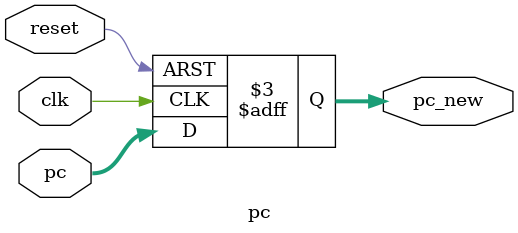
<source format=v>
`timescale 1ns / 1ns
module pc(input[31:0]pc,output reg[31:0]pc_new,input clk,input reset);
always@(posedge clk or negedge reset)
begin
if(!reset)
pc_new<=0;
else
pc_new<=pc;
end
endmodule
</source>
